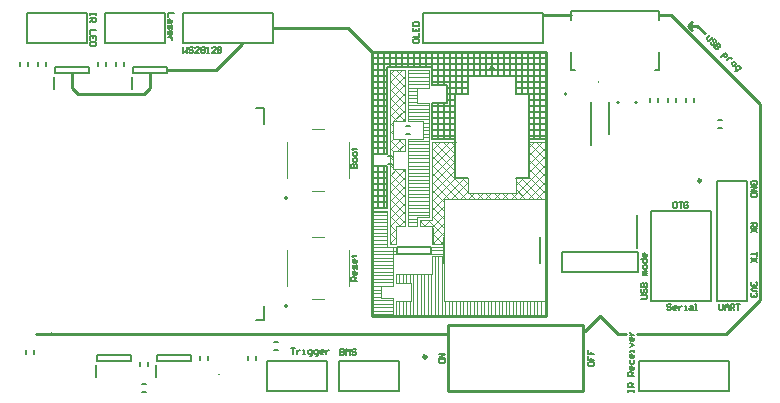
<source format=gto>
G04*
G04 #@! TF.GenerationSoftware,Altium Limited,Altium Designer,21.4.1 (30)*
G04*
G04 Layer_Color=65535*
%FSLAX44Y44*%
%MOMM*%
G71*
G04*
G04 #@! TF.SameCoordinates,C0E257CA-E608-45CC-978B-2DEEB779FBD1*
G04*
G04*
G04 #@! TF.FilePolarity,Positive*
G04*
G01*
G75*
%ADD10C,0.2540*%
%ADD11C,0.1000*%
%ADD12C,0.2500*%
%ADD13C,0.2000*%
%ADD14C,0.1500*%
%ADD15C,0.1540*%
D10*
X605220Y636090D02*
G03*
X605220Y636090I-1640J0D01*
G01*
X558800Y670560D02*
X706120D01*
X558800Y894080D02*
X706120D01*
Y670560D02*
Y894080D01*
X558800Y670560D02*
Y894080D01*
X826492Y916526D02*
X829446Y919480D01*
X826492Y916526D02*
X834110D01*
X826492D02*
X829980Y913038D01*
X704164Y925240D02*
X727040D01*
X802749D02*
X812120D01*
X887555Y849805D01*
Y684355D02*
Y849805D01*
X858444Y655244D02*
X887555Y684355D01*
X783554Y655244D02*
X858444D01*
X767080Y655320D02*
X774196D01*
X751840Y670560D02*
X767080Y655320D01*
X274431Y655209D02*
X622413D01*
X739140Y657860D02*
X751840Y670560D01*
X304800Y873760D02*
Y876590D01*
Y863600D02*
Y873760D01*
Y863600D02*
X309880Y858520D01*
X365760D01*
X370840Y863600D01*
Y876590D01*
X385340Y878840D02*
X426720D01*
X448910Y901030D01*
Y901592D01*
X474980Y914400D02*
X538480D01*
X558800Y894080D01*
X623570Y607060D02*
Y662940D01*
Y607060D02*
X737870D01*
Y662940D01*
X623570D02*
X737870D01*
X834110Y916526D02*
X840760Y909876D01*
D11*
X287360Y655920D02*
G03*
X287360Y656920I0J500D01*
G01*
D02*
G03*
X287360Y655920I0J-500D01*
G01*
X429880Y621000D02*
G03*
X428880Y621000I-500J0D01*
G01*
D02*
G03*
X429880Y621000I500J0D01*
G01*
X750540Y868240D02*
G03*
X750540Y869240I0J500D01*
G01*
X750570Y869180D02*
G03*
X750570Y868180I0J-500D01*
G01*
X570042Y722964D02*
X580482D01*
X569026Y726051D02*
X579466D01*
X574040Y728980D02*
X584480D01*
X608860Y723440D02*
X619300D01*
X608860Y729440D02*
X619300D01*
X608860Y726440D02*
X619760D01*
X697987Y817880D02*
X706120Y809747D01*
X705172Y817880D02*
X706120Y816932D01*
X690880Y798643D02*
X706120Y813883D01*
X690880Y817880D02*
X706120D01*
X690880Y805827D02*
X702933Y817880D01*
X690880Y817803D02*
X706120Y802563D01*
X690880Y796251D02*
X706120Y781011D01*
X690880Y803435D02*
X706120Y788195D01*
X690880Y789066D02*
X706120Y773826D01*
X690880Y810619D02*
X706120Y795379D01*
X690880Y791459D02*
X706120Y806699D01*
X690880Y813011D02*
X695749Y817880D01*
X690880Y788030D02*
Y817880D01*
Y788030D02*
X691500Y787410D01*
X629300D02*
X640150D01*
X629300Y817260D02*
X629920Y817880D01*
X635063Y787410D02*
X640080Y782393D01*
X680650Y787410D02*
X691500D01*
X680650Y781229D02*
X686831Y787410D01*
X680650Y774770D02*
Y787410D01*
X640080Y774700D02*
Y787340D01*
Y774700D02*
X680720D01*
X690594Y769620D02*
X706120Y785146D01*
X685352Y787410D02*
X703142Y769620D01*
X706120D02*
Y817880D01*
X676225Y769620D02*
X706120Y799515D01*
X680650Y784928D02*
X695958Y769620D01*
X683410D02*
X706120Y792330D01*
X697778Y769620D02*
X706120Y777962D01*
X680650Y777744D02*
X688774Y769620D01*
X704962D02*
X706120Y770778D01*
X669325Y774700D02*
X674405Y769620D01*
X676509Y774700D02*
X681589Y769620D01*
X647488D02*
X652569Y774700D01*
X640589D02*
X645668Y769620D01*
X647773Y774700D02*
X652853Y769620D01*
X640304D02*
X645384Y774700D01*
X633120Y769620D02*
X640080Y776580D01*
X640304Y769620D02*
X645384Y774700D01*
X662141D02*
X667221Y769620D01*
X661857D02*
X666937Y774700D01*
X669041Y769620D02*
X674121Y774700D01*
X654673Y769620D02*
X659753Y774700D01*
X654957D02*
X660037Y769620D01*
X609600Y774837D02*
X629300Y794537D01*
Y787410D02*
Y817260D01*
X609600Y798504D02*
X638484Y769620D01*
X609600Y817880D02*
X629920D01*
X609600Y782021D02*
X629300Y801721D01*
X609600Y805688D02*
X640080Y775209D01*
X619760Y769620D02*
X706120D01*
X625936D02*
X640080Y783764D01*
X609600Y760468D02*
X636542Y787410D01*
X609600Y791320D02*
X631300Y769620D01*
X609600Y767653D02*
X629357Y787410D01*
X618961Y817880D02*
X629300Y807541D01*
X626145Y817880D02*
X629300Y814725D01*
X611777Y817880D02*
X629300Y800357D01*
X609600Y803574D02*
X623906Y817880D01*
X609600Y810758D02*
X616722Y817880D01*
X609600Y796389D02*
X629300Y816089D01*
X609600Y784136D02*
X624116Y769620D01*
X609600Y776952D02*
X619760Y766792D01*
X609600Y769767D02*
X619760Y759607D01*
X609600Y812873D02*
X629300Y793173D01*
X609600Y789205D02*
X629300Y808905D01*
X609600Y755399D02*
X619760Y745239D01*
X609600Y746100D02*
X619760Y756260D01*
Y731520D02*
Y769620D01*
X609600Y762583D02*
X619760Y752423D01*
X609600Y753284D02*
X619760Y763444D01*
X605975Y751840D02*
X619760Y738055D01*
X609600Y731520D02*
X619760D01*
X609600Y731731D02*
X619760Y741891D01*
X616573Y731520D02*
X619760Y734707D01*
X609600Y738916D02*
X619760Y749076D01*
X609600Y738916D02*
X619760Y749076D01*
X609600Y751840D02*
Y817880D01*
X599440Y751840D02*
X609600D01*
X603076Y746760D02*
X608156Y751840D01*
X599440Y750308D02*
X600972Y751840D01*
X599440Y746760D02*
Y751840D01*
X609600Y741031D02*
X619110Y731520D01*
X609600D02*
Y746760D01*
Y733846D02*
X611926Y731520D01*
X599440Y751190D02*
X603871Y746760D01*
X599440D02*
X609600D01*
X650999Y670560D02*
Y683260D01*
X653999Y670560D02*
Y683260D01*
X644999Y670560D02*
Y683260D01*
X647999Y670560D02*
Y683260D01*
X662999Y670560D02*
Y683260D01*
X665999Y670560D02*
Y683260D01*
X656999Y670560D02*
Y683260D01*
X659999Y670560D02*
Y683260D01*
X629999Y670560D02*
Y683260D01*
X632999Y670560D02*
Y683260D01*
X623999Y670560D02*
Y683260D01*
X626999Y670560D02*
Y683260D01*
X638999Y670560D02*
Y683260D01*
X641999Y670560D02*
Y683260D01*
X635999Y670560D02*
Y683260D01*
X695999Y670560D02*
Y683260D01*
X698999Y670560D02*
Y683260D01*
X689999Y670560D02*
Y683260D01*
X692999Y670560D02*
Y683260D01*
X704999Y670560D02*
Y683260D01*
X706120Y670560D02*
Y683260D01*
X701999Y670560D02*
Y683260D01*
X674999Y670560D02*
Y683260D01*
X677999Y670560D02*
Y683260D01*
X668999Y670560D02*
Y683260D01*
X671999Y670560D02*
Y683260D01*
X683999Y670560D02*
Y683260D01*
X686999Y670560D02*
Y683260D01*
X680999Y670560D02*
Y683260D01*
X609600Y721360D02*
X619760D01*
Y683260D02*
Y721360D01*
X579120Y706120D02*
X609600D01*
Y721360D01*
X591820Y683260D02*
Y698500D01*
X619760Y683260D02*
X706120D01*
X579120D02*
X591820D01*
X579120Y670560D02*
X706120D01*
X584999Y698500D02*
Y706120D01*
X587999Y698500D02*
Y706120D01*
X579120Y698500D02*
Y706120D01*
X581999Y698500D02*
Y706120D01*
X590999Y698500D02*
Y706120D01*
X579120Y670560D02*
Y683260D01*
Y698500D02*
X591820D01*
X614999Y670560D02*
Y721360D01*
X617999Y670560D02*
Y721360D01*
X602999Y670560D02*
Y706120D01*
X611999Y670560D02*
Y721360D01*
X608999Y670560D02*
Y706120D01*
X620999Y670560D02*
Y683260D01*
X605999Y670560D02*
Y706120D01*
X596999Y670560D02*
Y706120D01*
X599999Y670560D02*
Y706120D01*
X581999Y670560D02*
Y683260D01*
X593999Y670560D02*
Y706120D01*
X587999Y670560D02*
Y683260D01*
X590999Y670560D02*
Y683260D01*
X584999Y670560D02*
Y683260D01*
X571500Y728980D02*
X576580D01*
Y695960D02*
Y728980D01*
X558800Y698999D02*
X576580D01*
X566420Y695960D02*
X576580D01*
X558800Y695999D02*
X576580D01*
X571500Y728980D02*
Y759460D01*
X558800Y692999D02*
X566420D01*
X558800Y759460D02*
X571500D01*
X558800Y686999D02*
X566420D01*
X558800Y689999D02*
X566420D01*
X558800Y674999D02*
X576580D01*
Y670560D02*
Y685800D01*
X558800Y677999D02*
X576580D01*
X558800Y670560D02*
X576580D01*
X558800Y671999D02*
X576580D01*
X566420Y685800D02*
Y695960D01*
Y685800D02*
X576580D01*
X558800Y670560D02*
Y759460D01*
Y680999D02*
X576580D01*
X558800Y683999D02*
X576580D01*
X558800Y740999D02*
X571500D01*
X558800Y737999D02*
X571500D01*
X558800Y743998D02*
X571500D01*
X558800Y731999D02*
X571500D01*
X558800Y734998D02*
X571500D01*
X558800Y755999D02*
X571500D01*
X558800Y752999D02*
X571500D01*
X558800Y758998D02*
X571500D01*
X558800Y746999D02*
X571500D01*
X558800Y749998D02*
X571500D01*
X558800Y710999D02*
X576580D01*
X558800Y707999D02*
X576580D01*
X558800Y713999D02*
X576580D01*
X558800Y701999D02*
X576580D01*
X558800Y704999D02*
X576580D01*
X558800Y725999D02*
X576580D01*
X558800Y722999D02*
X576580D01*
X558800Y728998D02*
X571500D01*
X558800Y716999D02*
X576580D01*
X558800Y719999D02*
X576580D01*
X601980Y824998D02*
X607060D01*
X601980Y821998D02*
X607060D01*
X601980Y827998D02*
X607060D01*
X589280Y788998D02*
X607060D01*
X589280Y779998D02*
X607060D01*
X589280Y776998D02*
X607060D01*
X589280Y785998D02*
X607060D01*
X589280Y782998D02*
X607060D01*
Y863600D02*
Y878840D01*
X596900Y850900D02*
X607060D01*
X596900Y863600D02*
X607060D01*
X596900Y850900D02*
Y863600D01*
X601980Y833998D02*
X607060D01*
X601980Y830998D02*
X607060D01*
X601980Y820420D02*
Y835660D01*
X589280Y761999D02*
X607060D01*
Y754380D02*
Y850900D01*
X589280Y767999D02*
X607060D01*
X589280Y764998D02*
X607060D01*
X589280Y755999D02*
X607060D01*
X596900Y754380D02*
X607060D01*
X589280Y758998D02*
X607060D01*
X589280Y770999D02*
X607060D01*
X596900Y746760D02*
Y754380D01*
X589280Y773998D02*
X607060D01*
X589280Y746760D02*
Y820420D01*
Y749998D02*
X596900D01*
X589280Y746999D02*
X596900D01*
X589280Y752999D02*
X596900D01*
X589280Y863998D02*
X607060D01*
X589280Y848998D02*
X607060D01*
X589280Y869998D02*
X607060D01*
X589280Y866998D02*
X607060D01*
X589280Y839998D02*
X607060D01*
X589280Y836998D02*
X607060D01*
X589280Y845998D02*
X607060D01*
X589280Y842998D02*
X607060D01*
X589280Y872998D02*
X607060D01*
X589280Y860998D02*
X596900D01*
X589280Y878840D02*
X607060D01*
X589280Y875998D02*
X607060D01*
X589280Y854998D02*
X596900D01*
X589280Y851998D02*
X596900D01*
X589280Y857998D02*
X596900D01*
X589280Y803998D02*
X607060D01*
X589280Y800998D02*
X607060D01*
X589280Y809998D02*
X607060D01*
X589280Y806998D02*
X607060D01*
X589280Y794998D02*
X607060D01*
X589280Y791998D02*
X607060D01*
X589280Y797998D02*
X607060D01*
X589280Y820420D02*
X601980D01*
X589280Y818998D02*
X607060D01*
X589280Y835660D02*
Y878840D01*
Y835660D02*
X601980D01*
X589280Y812998D02*
X607060D01*
X589280Y746760D02*
X596900D01*
X589280Y815998D02*
X607060D01*
X580365Y810260D02*
X586740Y816635D01*
X580500Y820420D02*
X586740Y814180D01*
Y810260D02*
Y820420D01*
X576580D02*
X586740D01*
X576580Y810260D02*
X586740D01*
X584347Y795020D02*
X586740Y792627D01*
X577163Y795020D02*
X586740Y785443D01*
X576580Y795020D02*
X586740D01*
X574040Y775198D02*
X586740Y787898D01*
X584213Y835660D02*
X586740Y838187D01*
Y835660D02*
Y878588D01*
X579554Y878840D02*
X586740Y871654D01*
X577029Y835660D02*
X586740Y845371D01*
X576580Y835660D02*
X586740D01*
X576580Y795020D02*
Y810260D01*
Y820420D02*
Y835660D01*
X574040Y782382D02*
X586678Y795020D01*
X574040Y769406D02*
X586740Y756706D01*
Y746760D02*
Y795020D01*
X574040Y776591D02*
X586740Y763891D01*
X574040Y760829D02*
X586740Y773529D01*
X579120Y746760D02*
X586740D01*
X581523D02*
X586740Y751977D01*
X574040Y753645D02*
X586740Y766345D01*
X574040Y746461D02*
X586740Y759161D01*
X574040Y755038D02*
X582318Y746760D01*
X574040Y747854D02*
X579120Y742774D01*
X574040Y783775D02*
X586740Y771075D01*
X574040Y768014D02*
X586740Y780714D01*
X574040Y731520D02*
X579120D01*
Y746760D01*
X574040Y739277D02*
X579120Y744357D01*
X574040Y740669D02*
X579120Y735590D01*
X574040Y854224D02*
X586740Y866924D01*
X574040Y862801D02*
X586740Y850101D01*
X574040Y861408D02*
X586740Y874108D01*
X574040Y869985D02*
X586740Y857285D01*
X574040Y839856D02*
X586740Y852556D01*
X574040Y848433D02*
X586740Y835733D01*
X574040Y847040D02*
X586740Y859740D01*
X574040Y855617D02*
X586740Y842917D01*
X574040Y878840D02*
X586455D01*
X574040Y877169D02*
X586740Y864470D01*
X574040Y875777D02*
X577103Y878840D01*
X574040Y868593D02*
X584287Y878840D01*
X574040Y834064D02*
X576580Y831524D01*
X574040Y825487D02*
X576580Y828027D01*
X574040Y841248D02*
X579628Y835660D01*
X574040Y832672D02*
X576580Y835211D01*
X574040Y798143D02*
X576580Y795603D01*
X574040Y789566D02*
X579494Y795020D01*
X574040Y811119D02*
X583341Y820420D01*
X574040Y819696D02*
X583476Y810260D01*
X574040Y732093D02*
X579120Y737172D01*
X574040Y732093D02*
X579120Y737172D01*
X574040Y790959D02*
X586740Y778259D01*
X574040Y762222D02*
X586740Y749522D01*
X574040Y818303D02*
X576580Y820843D01*
X574040Y812512D02*
X576580Y809972D01*
X574040Y826880D02*
X576580Y824340D01*
X574040Y731520D02*
Y878840D01*
Y796750D02*
X576580Y799290D01*
X574040Y733485D02*
X576005Y731520D01*
X574040Y803935D02*
X576580Y806475D01*
X574040Y805327D02*
X576580Y802787D01*
X487080Y787640D02*
Y817640D01*
X539080Y787640D02*
Y817640D01*
X508080Y776640D02*
X518080D01*
X508080Y828640D02*
X518080D01*
X508080Y737200D02*
X518080D01*
X508080Y685200D02*
X518080D01*
X539080Y696200D02*
Y726200D01*
X487080Y696200D02*
Y726200D01*
D12*
X661400Y880210D02*
G03*
X661400Y880210I-1250J0D01*
G01*
X837470Y785220D02*
G03*
X837470Y785220I-1250J0D01*
G01*
D13*
X767080Y852350D02*
G03*
X767080Y850350I0J-1000D01*
G01*
D02*
G03*
X767080Y852350I0J1000D01*
G01*
X485080Y770640D02*
G03*
X487080Y770640I1000J0D01*
G01*
D02*
G03*
X485080Y770640I-1000J0D01*
G01*
X721520Y858520D02*
G03*
X723520Y858520I1000J0D01*
G01*
D02*
G03*
X721520Y858520I-1000J0D01*
G01*
X782320Y850350D02*
G03*
X782320Y852350I0J1000D01*
G01*
D02*
G03*
X782320Y850350I0J-1000D01*
G01*
X487080Y679200D02*
G03*
X485080Y679200I-1000J0D01*
G01*
D02*
G03*
X487080Y679200I1000J0D01*
G01*
X467860Y666920D02*
Y679270D01*
X460860Y666920D02*
X467860D01*
X460860Y846920D02*
X467860D01*
Y833270D02*
Y846920D01*
X691500Y787410D02*
Y858510D01*
X629300Y787410D02*
X640150D01*
X680650D02*
X691500D01*
X629300D02*
Y858510D01*
X640150D01*
X680650D02*
X691500D01*
X845820Y710777D02*
Y759460D01*
Y683260D02*
Y759460D01*
X795020Y683260D02*
Y759460D01*
Y683260D02*
X845820D01*
X795020Y759460D02*
X845820D01*
X744090Y815200D02*
Y851700D01*
X759590Y824700D02*
Y851700D01*
X784340Y707530D02*
Y725030D01*
X719340Y707530D02*
X784340D01*
X719340D02*
Y725030D01*
X784340D01*
X783090Y728530D02*
Y756030D01*
X608860Y723440D02*
Y729440D01*
X579860Y723440D02*
X608860D01*
X579860D02*
Y729440D01*
X608860D01*
X610360Y732940D02*
Y744940D01*
X727040Y879240D02*
X730540D01*
X727040D02*
Y894240D01*
Y921240D02*
Y929240D01*
X802040D01*
Y921240D02*
Y929240D01*
Y879240D02*
Y894240D01*
X798540Y879240D02*
X802040D01*
X332740Y927100D02*
X383540D01*
X332740Y901700D02*
Y927100D01*
Y901700D02*
X383540D01*
Y927100D01*
X784860Y607060D02*
Y632460D01*
X861060D01*
Y607060D02*
Y632460D01*
X784860Y607060D02*
X861060D01*
X356340Y876590D02*
Y881090D01*
X385340D01*
Y876590D02*
Y881090D01*
X356340Y876590D02*
X385340D01*
X355840Y862590D02*
Y873090D01*
X453700Y633000D02*
Y637000D01*
X460700Y633000D02*
Y637000D01*
X619900Y715190D02*
Y737690D01*
X700900Y715190D02*
Y737690D01*
X703580Y901700D02*
Y927100D01*
X601980Y901700D02*
X703580D01*
X601980Y927100D02*
X703580D01*
X601980Y901700D02*
Y927100D01*
X265740Y638080D02*
Y642080D01*
X272740Y638080D02*
Y642080D01*
X363760Y613100D02*
X367760D01*
X363760Y606100D02*
X367760D01*
X369260Y627920D02*
Y631920D01*
X362260Y627920D02*
Y631920D01*
X851440Y836620D02*
X855440D01*
X851440Y829620D02*
X855440D01*
X824540Y851440D02*
Y855440D01*
X831540Y851440D02*
Y855440D01*
X809300Y851440D02*
Y855440D01*
X816300Y851440D02*
Y855440D01*
X794060Y851440D02*
Y855440D01*
X801060Y851440D02*
Y855440D01*
X475520Y648660D02*
X479520D01*
X475520Y641660D02*
X479520D01*
X572040Y806140D02*
X576040D01*
X572040Y799140D02*
X576040D01*
X587280Y831540D02*
X591280D01*
X587280Y824540D02*
X591280D01*
X282900Y881920D02*
Y885920D01*
X275900Y881920D02*
Y885920D01*
X267660Y881920D02*
Y885920D01*
X260660Y881920D02*
Y885920D01*
X348940Y881920D02*
Y885920D01*
X341940Y881920D02*
Y885920D01*
X333700Y881920D02*
Y885920D01*
X326700Y881920D02*
Y885920D01*
X420060Y633000D02*
Y637000D01*
X413060Y633000D02*
Y637000D01*
X850900Y784860D02*
X876300D01*
Y683260D02*
Y784860D01*
X850900Y683260D02*
Y784860D01*
Y683260D02*
X876300D01*
X520700Y607060D02*
Y632460D01*
X469900Y607060D02*
X520700D01*
X469900D02*
Y632460D01*
X520700D01*
X530860Y607060D02*
Y632460D01*
X581660D01*
Y607060D02*
Y632460D01*
X530860Y607060D02*
X581660D01*
X317500Y901700D02*
Y927100D01*
X266700Y901700D02*
X317500D01*
X266700D02*
Y927100D01*
X317500D01*
X325360Y618750D02*
Y629250D01*
X325860Y632750D02*
X354860D01*
Y637250D01*
X325860D02*
X354860D01*
X325860Y632750D02*
Y637250D01*
X474980Y901700D02*
Y927100D01*
X398780Y901700D02*
X474980D01*
X398780D02*
Y927100D01*
X474980D01*
X376160Y618750D02*
Y629250D01*
X376660Y632750D02*
X405660D01*
Y637250D01*
X376660D02*
X405660D01*
X376660Y632750D02*
Y637250D01*
X289800Y862590D02*
Y873090D01*
X290300Y876590D02*
X319300D01*
Y881090D01*
X290300D02*
X319300D01*
X290300Y876590D02*
Y881090D01*
D14*
X670560Y873760D02*
Y894080D01*
X665480Y873760D02*
Y894080D01*
X680720Y873760D02*
Y894080D01*
X675640Y873760D02*
Y894080D01*
X640080Y873760D02*
X680720D01*
X655320D02*
Y894080D01*
X660400Y873760D02*
Y894080D01*
X680650Y858520D02*
X706120D01*
X680720Y873760D02*
X706120D01*
X680650Y858510D02*
X691500D01*
X680720D02*
Y873760D01*
X680650Y868680D02*
X706120D01*
X640080Y873760D02*
X680720D01*
X680650Y863600D02*
X706120D01*
X645160Y873760D02*
Y894080D01*
X640080Y873760D02*
Y894080D01*
X635000Y858510D02*
Y894080D01*
X629920Y858510D02*
Y894080D01*
X614680Y866140D02*
Y894080D01*
X609600Y881380D02*
Y894080D01*
X619760Y866140D02*
Y894080D01*
X650240Y873760D02*
Y894080D01*
X640080Y858580D02*
Y873760D01*
X629300Y858510D02*
X640150D01*
X622300Y858520D02*
X640140D01*
X609600Y866140D02*
X622300D01*
X609600D02*
Y881380D01*
X622300Y863600D02*
X640080D01*
X691500Y853440D02*
X706120D01*
X695960Y820420D02*
Y894080D01*
X706120Y820420D02*
Y894080D01*
X701040Y820420D02*
Y894080D01*
X690880Y858510D02*
Y894080D01*
X685800Y858510D02*
Y894080D01*
X691500Y820420D02*
Y858510D01*
Y828040D02*
X706120D01*
X691500Y833120D02*
X706120D01*
X691500Y820420D02*
X706120D01*
X691500Y822960D02*
X706120D01*
X691500Y843280D02*
X706120D01*
X691500Y848360D02*
X706120D01*
X691500Y838200D02*
X706120D01*
X680650Y858510D02*
Y873690D01*
X622300Y853440D02*
X629300D01*
Y820420D02*
Y858510D01*
X624840Y820420D02*
Y894080D01*
X622300Y850900D02*
Y866140D01*
X609600Y820420D02*
Y850900D01*
X614680Y820420D02*
Y850900D01*
X609600Y820420D02*
X629300D01*
X609600Y822960D02*
X629300D01*
X619760Y820420D02*
Y850900D01*
X609600Y838200D02*
X629300D01*
X609600Y848360D02*
X629300D01*
X609600Y828040D02*
X629300D01*
X571500Y881380D02*
X609600D01*
X594360D02*
Y894080D01*
X604520Y881380D02*
Y894080D01*
X599440Y881380D02*
Y894080D01*
X558800Y889000D02*
X706120D01*
X558800Y894080D02*
X706120D01*
X558800Y883920D02*
X706120D01*
X609600Y868680D02*
X640080D01*
X609600Y850900D02*
X622300D01*
X609600Y833120D02*
X629300D01*
X609600Y843280D02*
X629300D01*
X609600Y878840D02*
X706120D01*
X609600Y873760D02*
X640080D01*
X609600Y866140D02*
Y881380D01*
X579120D02*
Y894080D01*
X574040Y881380D02*
Y894080D01*
X589280Y881380D02*
Y894080D01*
X584200Y881380D02*
Y894080D01*
X558800Y873760D02*
X571500D01*
X558800Y878840D02*
X571500D01*
X558800Y868680D02*
X571500D01*
X558800Y843280D02*
X571500D01*
X558800Y848360D02*
X571500D01*
X558800Y833120D02*
X571500D01*
X558800Y838200D02*
X571500D01*
X558800Y858520D02*
X571500D01*
X558800Y863600D02*
X571500D01*
X558800Y853440D02*
X571500D01*
X609600Y820420D02*
Y850900D01*
X571500Y807720D02*
Y881380D01*
Y762000D02*
Y797560D01*
X558800D02*
X571500D01*
X558800Y807720D02*
X571500D01*
X558800Y812800D02*
X571500D01*
X558800Y797560D02*
X571500D01*
X558800Y772160D02*
X571500D01*
X558800Y777240D02*
X571500D01*
X558800Y762000D02*
X571500D01*
X558800Y767080D02*
X571500D01*
X558800Y787400D02*
X571500D01*
X558800Y792480D02*
X571500D01*
X558800Y782320D02*
X571500D01*
X558800Y817880D02*
X571500D01*
X558800Y822960D02*
X571500D01*
X568960Y807720D02*
Y894080D01*
X563880Y807720D02*
Y894080D01*
X558800Y828040D02*
X571500D01*
X558800Y807720D02*
Y894080D01*
Y807720D02*
Y894080D01*
X563880Y762000D02*
Y797560D01*
X558800Y762000D02*
Y797560D01*
X568960Y762000D02*
Y797560D01*
X558800D02*
Y807720D01*
Y797560D02*
Y807720D01*
Y762000D02*
Y797560D01*
D15*
X786612Y685240D02*
X790777D01*
X791610Y686074D01*
Y687740D01*
X790777Y688573D01*
X786612D01*
X787445Y693571D02*
X786612Y692738D01*
Y691072D01*
X787445Y690239D01*
X788278D01*
X789111Y691072D01*
Y692738D01*
X789944Y693571D01*
X790777D01*
X791610Y692738D01*
Y691072D01*
X790777Y690239D01*
X786612Y695237D02*
X791610D01*
Y697736D01*
X790777Y698569D01*
X789944D01*
X789111Y697736D01*
Y695237D01*
Y697736D01*
X788278Y698569D01*
X787445D01*
X786612Y697736D01*
Y695237D01*
X791610Y705234D02*
X788278D01*
Y706067D01*
X789111Y706900D01*
X791610D01*
X789111D01*
X788278Y707733D01*
X789111Y708566D01*
X791610D01*
Y711065D02*
Y712731D01*
X790777Y713565D01*
X789111D01*
X788278Y712731D01*
Y711065D01*
X789111Y710232D01*
X790777D01*
X791610Y711065D01*
X786612Y718563D02*
X791610D01*
Y716064D01*
X790777Y715231D01*
X789111D01*
X788278Y716064D01*
Y718563D01*
X791610Y722728D02*
Y721062D01*
X790777Y720229D01*
X789111D01*
X788278Y721062D01*
Y722728D01*
X789111Y723561D01*
X789944D01*
Y720229D01*
X490540Y643204D02*
X493872D01*
X492206D01*
Y638206D01*
X495538Y641538D02*
Y638206D01*
Y639872D01*
X496371Y640705D01*
X497205Y641538D01*
X498038D01*
X500537Y638206D02*
X502203D01*
X501370D01*
Y641538D01*
X500537D01*
X506368Y636540D02*
X507201D01*
X508034Y637373D01*
Y641538D01*
X505535D01*
X504702Y640705D01*
Y639039D01*
X505535Y638206D01*
X508034D01*
X511367Y636540D02*
X512200D01*
X513033Y637373D01*
Y641538D01*
X510533D01*
X509700Y640705D01*
Y639039D01*
X510533Y638206D01*
X513033D01*
X517198D02*
X515532D01*
X514699Y639039D01*
Y640705D01*
X515532Y641538D01*
X517198D01*
X518031Y640705D01*
Y639872D01*
X514699D01*
X519697Y641538D02*
Y638206D01*
Y639872D01*
X520530Y640705D01*
X521363Y641538D01*
X522196D01*
X531762Y642462D02*
Y637463D01*
X534261D01*
X535094Y638297D01*
Y639130D01*
X534261Y639963D01*
X531762D01*
X534261D01*
X535094Y640796D01*
Y641629D01*
X534261Y642462D01*
X531762D01*
X536760Y637463D02*
Y642462D01*
X538426Y640796D01*
X540092Y642462D01*
Y637463D01*
X545090Y641629D02*
X544258Y642462D01*
X542591D01*
X541758Y641629D01*
Y640796D01*
X542591Y639963D01*
X544258D01*
X545090Y639130D01*
Y638297D01*
X544258Y637463D01*
X542591D01*
X541758Y638297D01*
X741462Y631029D02*
Y629362D01*
X742295Y628529D01*
X745627D01*
X746460Y629362D01*
Y631029D01*
X745627Y631862D01*
X742295D01*
X741462Y631029D01*
Y636860D02*
Y633528D01*
X743961D01*
Y635194D01*
Y633528D01*
X746460D01*
X741462Y641858D02*
Y638526D01*
X743961D01*
Y640192D01*
Y638526D01*
X746460D01*
X615321Y632985D02*
Y631318D01*
X616154Y630485D01*
X619486D01*
X620319Y631318D01*
Y632985D01*
X619486Y633818D01*
X616154D01*
X615321Y632985D01*
X620319Y635484D02*
X615321D01*
X620319Y638816D01*
X615321D01*
X775782Y606060D02*
Y607726D01*
Y606893D01*
X780780D01*
Y606060D01*
Y607726D01*
Y610225D02*
X775782D01*
Y612724D01*
X776615Y613558D01*
X778281D01*
X779114Y612724D01*
Y610225D01*
Y611891D02*
X780780Y613558D01*
Y620222D02*
X775782D01*
Y622721D01*
X776615Y623554D01*
X778281D01*
X779114Y622721D01*
Y620222D01*
Y621888D02*
X780780Y623554D01*
Y627720D02*
Y626054D01*
X779947Y625220D01*
X778281D01*
X777448Y626054D01*
Y627720D01*
X778281Y628553D01*
X779114D01*
Y625220D01*
X777448Y633551D02*
Y631052D01*
X778281Y630219D01*
X779947D01*
X780780Y631052D01*
Y633551D01*
Y637716D02*
Y636050D01*
X779947Y635217D01*
X778281D01*
X777448Y636050D01*
Y637716D01*
X778281Y638549D01*
X779114D01*
Y635217D01*
X780780Y640216D02*
Y641882D01*
Y641049D01*
X777448D01*
Y640216D01*
Y644381D02*
X780780Y646047D01*
X777448Y647713D01*
X780780Y651878D02*
Y650212D01*
X779947Y649379D01*
X778281D01*
X777448Y650212D01*
Y651878D01*
X778281Y652711D01*
X779114D01*
Y649379D01*
X777448Y654378D02*
X780780D01*
X779114D01*
X778281Y655211D01*
X777448Y656044D01*
Y656877D01*
X811872Y679705D02*
X811039Y680538D01*
X809373D01*
X808540Y679705D01*
Y678872D01*
X809373Y678039D01*
X811039D01*
X811872Y677206D01*
Y676373D01*
X811039Y675540D01*
X809373D01*
X808540Y676373D01*
X816038Y675540D02*
X814371D01*
X813538Y676373D01*
Y678039D01*
X814371Y678872D01*
X816038D01*
X816871Y678039D01*
Y677206D01*
X813538D01*
X818537Y678872D02*
Y675540D01*
Y677206D01*
X819370Y678039D01*
X820203Y678872D01*
X821036D01*
X823535Y675540D02*
X825201D01*
X824368D01*
Y678872D01*
X823535D01*
X828533D02*
X830200D01*
X831033Y678039D01*
Y675540D01*
X828533D01*
X827700Y676373D01*
X828533Y677206D01*
X831033D01*
X832699Y675540D02*
X834365D01*
X833532D01*
Y680538D01*
X832699D01*
X815961Y767252D02*
X814295D01*
X813462Y766419D01*
Y763087D01*
X814295Y762254D01*
X815961D01*
X816794Y763087D01*
Y766419D01*
X815961Y767252D01*
X818460D02*
X821792D01*
X820126D01*
Y762254D01*
X826791Y766419D02*
X825958Y767252D01*
X824292D01*
X823458Y766419D01*
Y763087D01*
X824292Y762254D01*
X825958D01*
X826791Y763087D01*
Y764753D01*
X825125D01*
X883873Y781379D02*
X884706Y782212D01*
Y783878D01*
X883873Y784711D01*
X880541D01*
X879708Y783878D01*
Y782212D01*
X880541Y781379D01*
X882207D01*
Y783045D01*
X879708Y779713D02*
X884706D01*
X879708Y776381D01*
X884706D01*
Y774715D02*
X879708D01*
Y772215D01*
X880541Y771382D01*
X883873D01*
X884706Y772215D01*
Y774715D01*
X879708Y749723D02*
X884706D01*
Y747224D01*
X883873Y746391D01*
X882207D01*
X881374Y747224D01*
Y749723D01*
Y748057D02*
X879708Y746391D01*
X884706Y744725D02*
X879708Y741392D01*
X884706D02*
X879708Y744725D01*
X884706Y724731D02*
Y721399D01*
Y723065D01*
X879708D01*
X884706Y719733D02*
X879708Y716400D01*
X884706D02*
X879708Y719733D01*
X883873Y699739D02*
X884706Y698906D01*
Y697240D01*
X883873Y696407D01*
X883040D01*
X882207Y697240D01*
Y698073D01*
Y697240D01*
X881374Y696407D01*
X880541D01*
X879708Y697240D01*
Y698906D01*
X880541Y699739D01*
X884706Y694741D02*
X881374D01*
X879708Y693075D01*
X881374Y691409D01*
X884706D01*
X883873Y689743D02*
X884706Y688909D01*
Y687243D01*
X883873Y686410D01*
X883040D01*
X882207Y687243D01*
Y688076D01*
Y687243D01*
X881374Y686410D01*
X880541D01*
X879708Y687243D01*
Y688909D01*
X880541Y689743D01*
X852453Y680363D02*
Y676197D01*
X853286Y675364D01*
X854952D01*
X855785Y676197D01*
Y680363D01*
X857451Y675364D02*
Y678697D01*
X859117Y680363D01*
X860784Y678697D01*
Y675364D01*
Y677863D01*
X857451D01*
X862450Y675364D02*
Y680363D01*
X864949D01*
X865782Y679529D01*
Y677863D01*
X864949Y677030D01*
X862450D01*
X864116D02*
X865782Y675364D01*
X867448Y680363D02*
X870780D01*
X869114D01*
Y675364D01*
X845090Y908952D02*
X842145Y906007D01*
Y904829D01*
X843323Y903651D01*
X844501D01*
X847447Y906596D01*
X850392Y902473D02*
Y903651D01*
X849214Y904829D01*
X848036Y904829D01*
X847447Y904240D01*
Y903062D01*
X848625Y901884D01*
Y900706D01*
X848036Y900117D01*
X846858D01*
X845679Y901295D01*
Y902473D01*
X852159Y901884D02*
X848625Y898349D01*
X850392Y896582D01*
X851570D01*
X852159Y897171D01*
Y898349D01*
X850392Y900117D01*
X852159Y898349D01*
X853337D01*
X853926Y898938D01*
Y900117D01*
X852159Y901884D01*
X854515Y890102D02*
X858050Y893637D01*
X859817Y891870D01*
Y890692D01*
X858639Y889513D01*
X857461D01*
X855694Y891281D01*
X861584Y890102D02*
X859228Y887746D01*
X860406Y888924D01*
X861584D01*
X862762Y888924D01*
X863351Y888335D01*
Y883623D02*
X864529Y882445D01*
X865708D01*
X866886Y883623D01*
Y884801D01*
X865708Y885979D01*
X864529D01*
X863351Y884801D01*
Y883623D01*
X866297Y878321D02*
X866886Y877732D01*
X868064Y877732D01*
X871009Y880677D01*
X869242Y882445D01*
X868064D01*
X866886Y881267D01*
Y880088D01*
X868653Y878321D01*
X546460Y700540D02*
X541462D01*
Y703039D01*
X542295Y703872D01*
X543961D01*
X544794Y703039D01*
Y700540D01*
Y702206D02*
X546460Y703872D01*
Y708037D02*
Y706371D01*
X545627Y705538D01*
X543961D01*
X543128Y706371D01*
Y708037D01*
X543961Y708871D01*
X544794D01*
Y705538D01*
X546460Y710537D02*
Y713036D01*
X545627Y713869D01*
X544794Y713036D01*
Y711370D01*
X543961Y710537D01*
X543128Y711370D01*
Y713869D01*
X546460Y718034D02*
Y716368D01*
X545627Y715535D01*
X543961D01*
X543128Y716368D01*
Y718034D01*
X543961Y718867D01*
X544794D01*
Y715535D01*
X542295Y721367D02*
X543128D01*
Y720533D01*
Y722199D01*
Y721367D01*
X545627D01*
X546460Y722199D01*
X541462Y795767D02*
X546460D01*
Y798267D01*
X545627Y799100D01*
X544794D01*
X543961Y798267D01*
Y795767D01*
Y798267D01*
X543128Y799100D01*
X542295D01*
X541462Y798267D01*
Y795767D01*
X546460Y801599D02*
Y803265D01*
X545627Y804098D01*
X543961D01*
X543128Y803265D01*
Y801599D01*
X543961Y800766D01*
X545627D01*
X546460Y801599D01*
Y806597D02*
Y808263D01*
X545627Y809096D01*
X543961D01*
X543128Y808263D01*
Y806597D01*
X543961Y805764D01*
X545627D01*
X546460Y806597D01*
X542295Y811596D02*
X543128D01*
Y810762D01*
Y812429D01*
Y811596D01*
X545627D01*
X546460Y812429D01*
X593462Y904039D02*
Y902373D01*
X594295Y901540D01*
X597627D01*
X598460Y902373D01*
Y904039D01*
X597627Y904872D01*
X594295D01*
X593462Y904039D01*
Y906538D02*
X598460D01*
Y909871D01*
X593462Y914869D02*
Y911537D01*
X598460D01*
Y914869D01*
X595961Y911537D02*
Y913203D01*
X593462Y916535D02*
X598460D01*
Y919034D01*
X597627Y919867D01*
X594295D01*
X593462Y919034D01*
Y916535D01*
X398920Y898538D02*
Y893540D01*
X400586Y895206D01*
X402252Y893540D01*
Y898538D01*
X407251Y897705D02*
X406418Y898538D01*
X404751D01*
X403918Y897705D01*
Y896872D01*
X404751Y896039D01*
X406418D01*
X407251Y895206D01*
Y894373D01*
X406418Y893540D01*
X404751D01*
X403918Y894373D01*
X412249Y893540D02*
X408917D01*
X412249Y896872D01*
Y897705D01*
X411416Y898538D01*
X409750D01*
X408917Y897705D01*
X413915D02*
X414748Y898538D01*
X416414D01*
X417247Y897705D01*
Y896872D01*
X416414Y896039D01*
X417247Y895206D01*
Y894373D01*
X416414Y893540D01*
X414748D01*
X413915Y894373D01*
Y895206D01*
X414748Y896039D01*
X413915Y896872D01*
Y897705D01*
X414748Y896039D02*
X416414D01*
X418913Y893540D02*
X420580D01*
X419747D01*
Y898538D01*
X418913Y897705D01*
X426411Y893540D02*
X423079D01*
X426411Y896872D01*
Y897705D01*
X425578Y898538D01*
X423912D01*
X423079Y897705D01*
X428077Y898538D02*
Y893540D01*
X430576D01*
X431409Y894373D01*
Y895206D01*
X430576Y896039D01*
X428077D01*
X430576D01*
X431409Y896872D01*
Y897705D01*
X430576Y898538D01*
X428077D01*
X391538Y926960D02*
X386540D01*
Y923628D01*
X389872Y921129D02*
Y919462D01*
X389039Y918629D01*
X386540D01*
Y921129D01*
X387373Y921962D01*
X388206Y921129D01*
Y918629D01*
X386540Y916963D02*
Y914464D01*
X387373Y913631D01*
X388206Y914464D01*
Y916130D01*
X389039Y916963D01*
X389872Y916130D01*
Y913631D01*
X386540Y909466D02*
Y911132D01*
X387373Y911965D01*
X389039D01*
X389872Y911132D01*
Y909466D01*
X389039Y908633D01*
X388206D01*
Y911965D01*
X389872Y906966D02*
X386540D01*
X388206D01*
X389039Y906133D01*
X389872Y905300D01*
Y904467D01*
X325338Y926960D02*
Y925294D01*
Y926127D01*
X320340D01*
Y926960D01*
Y925294D01*
Y922795D02*
X325338D01*
Y920295D01*
X324505Y919462D01*
X322839D01*
X322006Y920295D01*
Y922795D01*
Y921128D02*
X320340Y919462D01*
X325338Y912798D02*
X320340D01*
Y909466D01*
X325338Y904467D02*
Y907800D01*
X320340D01*
Y904467D01*
X322839Y907800D02*
Y906133D01*
X325338Y902801D02*
X320340D01*
Y900302D01*
X321173Y899469D01*
X324505D01*
X325338Y900302D01*
Y902801D01*
M02*

</source>
